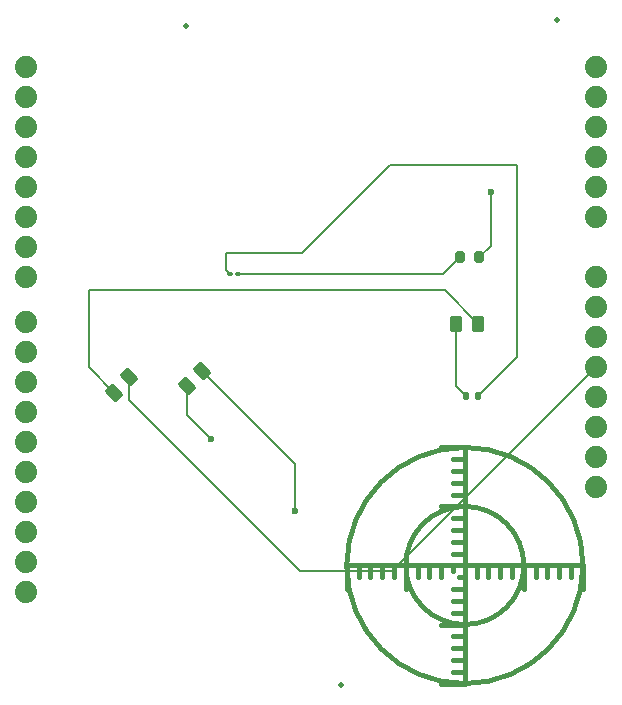
<source format=gtl>
G04 #@! TF.GenerationSoftware,KiCad,Pcbnew,9.0.2*
G04 #@! TF.CreationDate,2025-09-06T12:03:56+01:00*
G04 #@! TF.ProjectId,test_fiducial,74657374-5f66-4696-9475-6369616c2e6b,rev?*
G04 #@! TF.SameCoordinates,Original*
G04 #@! TF.FileFunction,Copper,L1,Top*
G04 #@! TF.FilePolarity,Positive*
%FSLAX46Y46*%
G04 Gerber Fmt 4.6, Leading zero omitted, Abs format (unit mm)*
G04 Created by KiCad (PCBNEW 9.0.2) date 2025-09-06 12:03:56*
%MOMM*%
%LPD*%
G01*
G04 APERTURE LIST*
G04 Aperture macros list*
%AMRoundRect*
0 Rectangle with rounded corners*
0 $1 Rounding radius*
0 $2 $3 $4 $5 $6 $7 $8 $9 X,Y pos of 4 corners*
0 Add a 4 corners polygon primitive as box body*
4,1,4,$2,$3,$4,$5,$6,$7,$8,$9,$2,$3,0*
0 Add four circle primitives for the rounded corners*
1,1,$1+$1,$2,$3*
1,1,$1+$1,$4,$5*
1,1,$1+$1,$6,$7*
1,1,$1+$1,$8,$9*
0 Add four rect primitives between the rounded corners*
20,1,$1+$1,$2,$3,$4,$5,0*
20,1,$1+$1,$4,$5,$6,$7,0*
20,1,$1+$1,$6,$7,$8,$9,0*
20,1,$1+$1,$8,$9,$2,$3,0*%
G04 Aperture macros list end*
G04 #@! TA.AperFunction,EtchedComponent*
%ADD10C,0.381000*%
G04 #@! TD*
G04 #@! TA.AperFunction,SMDPad,CuDef*
%ADD11C,0.500000*%
G04 #@! TD*
G04 #@! TA.AperFunction,SMDPad,CuDef*
%ADD12RoundRect,0.250000X0.132583X-0.503814X0.503814X-0.132583X-0.132583X0.503814X-0.503814X0.132583X0*%
G04 #@! TD*
G04 #@! TA.AperFunction,SMDPad,CuDef*
%ADD13RoundRect,0.200000X-0.200000X-0.275000X0.200000X-0.275000X0.200000X0.275000X-0.200000X0.275000X0*%
G04 #@! TD*
G04 #@! TA.AperFunction,SMDPad,CuDef*
%ADD14RoundRect,0.100000X-0.130000X-0.100000X0.130000X-0.100000X0.130000X0.100000X-0.130000X0.100000X0*%
G04 #@! TD*
G04 #@! TA.AperFunction,SMDPad,CuDef*
%ADD15RoundRect,0.135000X-0.135000X-0.185000X0.135000X-0.185000X0.135000X0.185000X-0.135000X0.185000X0*%
G04 #@! TD*
G04 #@! TA.AperFunction,SMDPad,CuDef*
%ADD16RoundRect,0.250000X-0.262500X-0.450000X0.262500X-0.450000X0.262500X0.450000X-0.262500X0.450000X0*%
G04 #@! TD*
G04 #@! TA.AperFunction,ComponentPad*
%ADD17C,1.879600*%
G04 #@! TD*
G04 #@! TA.AperFunction,ViaPad*
%ADD18C,0.600000*%
G04 #@! TD*
G04 #@! TA.AperFunction,Conductor*
%ADD19C,0.200000*%
G04 #@! TD*
G04 APERTURE END LIST*
D10*
G04 #@! TO.C,REF\u002A\u002A*
X143050020Y-110850000D02*
X143050020Y-112848980D01*
X144050780Y-110850000D02*
X144050780Y-111850760D01*
X145049000Y-110850000D02*
X145049000Y-111850760D01*
X146049760Y-110850000D02*
X146049760Y-111850760D01*
X147050520Y-110850000D02*
X147050520Y-111850760D01*
X148048740Y-110850000D02*
X148048740Y-112848980D01*
X149049500Y-110850000D02*
X149049500Y-111850760D01*
X150050260Y-110850000D02*
X150050260Y-111850760D01*
X151051020Y-110850000D02*
X151051020Y-111850760D01*
X152049240Y-110850000D02*
X152049240Y-111350380D01*
X153050000Y-100850020D02*
X151051020Y-100850020D01*
X153050000Y-101850780D02*
X152049240Y-101850780D01*
X153050000Y-102849000D02*
X152049240Y-102849000D01*
X153050000Y-103849760D02*
X152049240Y-103849760D01*
X153050000Y-104850520D02*
X152049240Y-104850520D01*
X153050000Y-105848740D02*
X151051020Y-105848740D01*
X153050000Y-106849500D02*
X152049240Y-106849500D01*
X153050000Y-107850260D02*
X152049240Y-107850260D01*
X153050000Y-108851020D02*
X152049240Y-108851020D01*
X153050000Y-109849240D02*
X152049240Y-109849240D01*
X153050000Y-110850000D02*
X143050020Y-110850000D01*
X153050000Y-110850000D02*
X153050000Y-100850020D01*
X153050000Y-110850000D02*
X153050000Y-112848980D01*
X153050000Y-110850000D02*
X163049980Y-110850000D01*
X153050000Y-111850760D02*
X152549620Y-111850760D01*
X153050000Y-112848980D02*
X152049240Y-112848980D01*
X153050000Y-112848980D02*
X153050000Y-120849980D01*
X153050000Y-113849740D02*
X152049240Y-113849740D01*
X153050000Y-114850500D02*
X152049240Y-114850500D01*
X153050000Y-115851260D02*
X151051020Y-115851260D01*
X153050000Y-116849480D02*
X152049240Y-116849480D01*
X153050000Y-117850240D02*
X152049240Y-117850240D01*
X153050000Y-118851000D02*
X152049240Y-118851000D01*
X153050000Y-119849220D02*
X152049240Y-119849220D01*
X153050000Y-120849980D02*
X151051020Y-120849980D01*
X154050760Y-110850000D02*
X154050760Y-111850760D01*
X155048980Y-110850000D02*
X155048980Y-111850760D01*
X156049740Y-110850000D02*
X156049740Y-111850760D01*
X157050500Y-110850000D02*
X157050500Y-111850760D01*
X158051260Y-110850000D02*
X158051260Y-112848980D01*
X159049480Y-110850000D02*
X159049480Y-111850760D01*
X160050240Y-110850000D02*
X160050240Y-111850760D01*
X161051000Y-110850000D02*
X161051000Y-111850760D01*
X162049220Y-110850000D02*
X162049220Y-111850760D01*
X163049980Y-110850000D02*
X163049980Y-112848980D01*
X158051260Y-110850000D02*
G75*
G02*
X148048740Y-110850000I-5001260J0D01*
G01*
X148048740Y-110850000D02*
G75*
G02*
X158051260Y-110850000I5001260J0D01*
G01*
X163049980Y-110850000D02*
G75*
G02*
X143050020Y-110850000I-9999980J0D01*
G01*
X143050020Y-110850000D02*
G75*
G02*
X163049980Y-110850000I9999980J0D01*
G01*
G04 #@! TD*
D11*
G04 #@! TO.P,FID1,*
G04 #@! TO.N,*
X129405000Y-65135000D03*
G04 #@! TD*
D12*
G04 #@! TO.P,R2,1*
G04 #@! TO.N,Net-(R1-Pad2)*
X123369765Y-96210235D03*
G04 #@! TO.P,R2,2*
G04 #@! TO.N,Net-(B1-Pad5V)*
X124660235Y-94919765D03*
G04 #@! TD*
G04 #@! TO.P,R4,1*
G04 #@! TO.N,Net-(R3-Pad2)*
X129539765Y-95670235D03*
G04 #@! TO.P,R4,2*
G04 #@! TO.N,Net-(B1-PadGND)*
X130830235Y-94379765D03*
G04 #@! TD*
D11*
G04 #@! TO.P,FID3,*
G04 #@! TO.N,*
X142550000Y-120990000D03*
G04 #@! TD*
D13*
G04 #@! TO.P,R3,1*
G04 #@! TO.N,Net-(R3-Pad1)*
X152635000Y-84735000D03*
G04 #@! TO.P,R3,2*
G04 #@! TO.N,Net-(R3-Pad2)*
X154285000Y-84735000D03*
G04 #@! TD*
D14*
G04 #@! TO.P,R6,1*
G04 #@! TO.N,Net-(R5-Pad2)*
X133200000Y-86150000D03*
G04 #@! TO.P,R6,2*
G04 #@! TO.N,Net-(R3-Pad1)*
X133840000Y-86150000D03*
G04 #@! TD*
D15*
G04 #@! TO.P,R5,1*
G04 #@! TO.N,Net-(R1-Pad1)*
X153155000Y-96485000D03*
G04 #@! TO.P,R5,2*
G04 #@! TO.N,Net-(R5-Pad2)*
X154175000Y-96485000D03*
G04 #@! TD*
D16*
G04 #@! TO.P,R1,1*
G04 #@! TO.N,Net-(R1-Pad1)*
X152342500Y-90365000D03*
G04 #@! TO.P,R1,2*
G04 #@! TO.N,Net-(R1-Pad2)*
X154167500Y-90365000D03*
G04 #@! TD*
D11*
G04 #@! TO.P,FID2,*
G04 #@! TO.N,*
X160825000Y-64630000D03*
G04 #@! TD*
D17*
G04 #@! TO.P,B1,3.3V,3.3V*
G04 #@! TO.N,unconnected-(B1-Pad3.3V)*
X164150000Y-96595000D03*
G04 #@! TO.P,B1,5V,5V*
G04 #@! TO.N,Net-(B1-Pad5V)*
X164150000Y-94055000D03*
G04 #@! TO.P,B1,A0,A0*
G04 #@! TO.N,unconnected-(B1-PadA0)*
X164150000Y-81355000D03*
G04 #@! TO.P,B1,A1,A1*
G04 #@! TO.N,unconnected-(B1-PadA1)*
X164150000Y-78815000D03*
G04 #@! TO.P,B1,A2,A2*
G04 #@! TO.N,unconnected-(B1-PadA2)*
X164150000Y-76275000D03*
G04 #@! TO.P,B1,A3,A3*
G04 #@! TO.N,unconnected-(B1-PadA3)*
X164150000Y-73735000D03*
G04 #@! TO.P,B1,A4/SDA,A4/SDA*
G04 #@! TO.N,unconnected-(B1-PadA4{slash}SDA)*
X115890000Y-110565000D03*
X164150000Y-71195000D03*
G04 #@! TO.P,B1,A5/SCL,A5/SCL*
G04 #@! TO.N,unconnected-(B1-PadA5{slash}SCL)*
X115890000Y-113105000D03*
X164150000Y-68655000D03*
G04 #@! TO.P,B1,AREF,AREF*
G04 #@! TO.N,unconnected-(B1-PadAREF)*
X115890000Y-108025000D03*
G04 #@! TO.P,B1,D0/TXO,D0/TXO*
G04 #@! TO.N,unconnected-(B1-PadD0{slash}TXO)*
X115890000Y-68655000D03*
G04 #@! TO.P,B1,D1/RXI,D1/RXI*
G04 #@! TO.N,unconnected-(B1-PadD1{slash}RXI)*
X115890000Y-71195000D03*
G04 #@! TO.P,B1,D2,D2*
G04 #@! TO.N,unconnected-(B1-PadD2)*
X115890000Y-73735000D03*
G04 #@! TO.P,B1,D3,\u002AD3*
G04 #@! TO.N,unconnected-(B1-\u002AD3-PadD3)*
X115890000Y-76275000D03*
G04 #@! TO.P,B1,D4,D4*
G04 #@! TO.N,unconnected-(B1-PadD4)*
X115890000Y-78815000D03*
G04 #@! TO.P,B1,D5,\u002AD5*
G04 #@! TO.N,unconnected-(B1-\u002AD5-PadD5)*
X115890000Y-81355000D03*
G04 #@! TO.P,B1,D6,\u002AD6*
G04 #@! TO.N,unconnected-(B1-\u002AD6-PadD6)*
X115890000Y-83895000D03*
G04 #@! TO.P,B1,D7,D7*
G04 #@! TO.N,unconnected-(B1-PadD7)*
X115890000Y-86435000D03*
G04 #@! TO.P,B1,D8,D8*
G04 #@! TO.N,unconnected-(B1-PadD8)*
X115890000Y-90245000D03*
G04 #@! TO.P,B1,D9,\u002AD9*
G04 #@! TO.N,unconnected-(B1-\u002AD9-PadD9)*
X115890000Y-92785000D03*
G04 #@! TO.P,B1,D10,\u002AD10*
G04 #@! TO.N,unconnected-(B1-\u002AD10-PadD10)*
X115890000Y-95325000D03*
G04 #@! TO.P,B1,D11,\u002AD11/PICO*
G04 #@! TO.N,unconnected-(B1-\u002AD11{slash}PICO-PadD11)*
X115890000Y-97865000D03*
G04 #@! TO.P,B1,D12,D12/POCI*
G04 #@! TO.N,unconnected-(B1-D12{slash}POCI-PadD12)*
X115890000Y-100405000D03*
G04 #@! TO.P,B1,D13,D13/SCK*
G04 #@! TO.N,unconnected-(B1-D13{slash}SCK-PadD13)*
X115890000Y-102945000D03*
G04 #@! TO.P,B1,GND,GND*
G04 #@! TO.N,Net-(B1-PadGND)*
X115890000Y-105485000D03*
X164150000Y-88975000D03*
X164150000Y-91515000D03*
G04 #@! TO.P,B1,IOREF,IOREF*
G04 #@! TO.N,unconnected-(B1-PadIOREF)*
X164150000Y-101675000D03*
G04 #@! TO.P,B1,NC,NC*
G04 #@! TO.N,unconnected-(B1-PadNC)*
X164150000Y-104215000D03*
G04 #@! TO.P,B1,VIN,VIN*
G04 #@! TO.N,unconnected-(B1-PadVIN)*
X164150000Y-86435000D03*
G04 #@! TO.P,B1,~{RESET},~{RESET}*
G04 #@! TO.N,unconnected-(B1-Pad~{RESET})*
X164150000Y-99135000D03*
G04 #@! TD*
D18*
G04 #@! TO.N,Net-(B1-PadGND)*
X138700000Y-106205000D03*
G04 #@! TO.N,Net-(R3-Pad2)*
X131547500Y-100107500D03*
X155240000Y-79240000D03*
G04 #@! TD*
D19*
G04 #@! TO.N,Net-(B1-PadGND)*
X138700000Y-106205000D02*
X138700000Y-106255000D01*
X138700000Y-102249530D02*
X138700000Y-106205000D01*
X130830235Y-94379765D02*
X138700000Y-102249530D01*
G04 #@! TO.N,Net-(B1-Pad5V)*
X124660235Y-94919765D02*
X124660235Y-96820235D01*
X146915000Y-111290000D02*
X164150000Y-94055000D01*
X124660235Y-96820235D02*
X139130000Y-111290000D01*
X139130000Y-111290000D02*
X146915000Y-111290000D01*
G04 #@! TO.N,Net-(R1-Pad2)*
X121235000Y-87550000D02*
X151352500Y-87550000D01*
X121235000Y-94075470D02*
X121235000Y-87550000D01*
X151352500Y-87550000D02*
X154167500Y-90365000D01*
X123369765Y-96210235D02*
X121235000Y-94075470D01*
G04 #@! TO.N,Net-(R1-Pad1)*
X152342500Y-95672500D02*
X153155000Y-96485000D01*
X152342500Y-90365000D02*
X152342500Y-95672500D01*
G04 #@! TO.N,Net-(R3-Pad1)*
X133840000Y-86150000D02*
X151220000Y-86150000D01*
X151220000Y-86150000D02*
X152635000Y-84735000D01*
G04 #@! TO.N,Net-(R3-Pad2)*
X154285000Y-84735000D02*
X155240000Y-83780000D01*
X155240000Y-83780000D02*
X155240000Y-79240000D01*
X129539765Y-95670235D02*
X129539765Y-98099765D01*
X129539765Y-98099765D02*
X131547500Y-100107500D01*
X131547500Y-100107500D02*
X131620000Y-100180000D01*
G04 #@! TO.N,Net-(R5-Pad2)*
X139295000Y-84365000D02*
X132850000Y-84365000D01*
X157455000Y-93205000D02*
X157455000Y-76920000D01*
X146740000Y-76920000D02*
X139295000Y-84365000D01*
X154175000Y-96485000D02*
X157455000Y-93205000D01*
X132850000Y-85800000D02*
X133200000Y-86150000D01*
X132850000Y-84365000D02*
X132850000Y-85800000D01*
X157455000Y-76920000D02*
X146740000Y-76920000D01*
G04 #@! TD*
M02*

</source>
